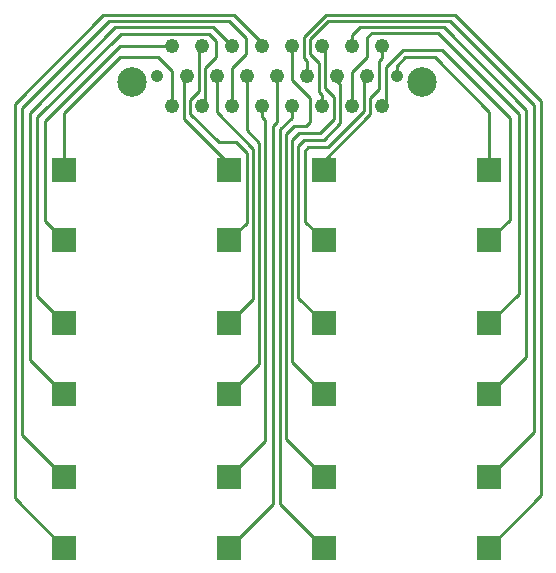
<source format=gtl>
%TF.GenerationSoftware,KiCad,Pcbnew,5.1.10*%
%TF.CreationDate,2021-09-29T19:26:35-04:00*%
%TF.ProjectId,sample_jig,73616d70-6c65-45f6-9a69-672e6b696361,rev?*%
%TF.SameCoordinates,Original*%
%TF.FileFunction,Copper,L1,Top*%
%TF.FilePolarity,Positive*%
%FSLAX46Y46*%
G04 Gerber Fmt 4.6, Leading zero omitted, Abs format (unit mm)*
G04 Created by KiCad (PCBNEW 5.1.10) date 2021-09-29 19:26:35*
%MOMM*%
%LPD*%
G01*
G04 APERTURE LIST*
%TA.AperFunction,ComponentPad*%
%ADD10C,2.500000*%
%TD*%
%TA.AperFunction,ComponentPad*%
%ADD11C,1.217000*%
%TD*%
%TA.AperFunction,ComponentPad*%
%ADD12C,1.070000*%
%TD*%
%TA.AperFunction,SMDPad,CuDef*%
%ADD13R,2.000000X2.000000*%
%TD*%
%TA.AperFunction,Conductor*%
%ADD14C,0.250000*%
%TD*%
G04 APERTURE END LIST*
D10*
%TO.P,J\u002A\u002A,MH2*%
%TO.N,N/C*%
X62770000Y-56610000D03*
%TO.P,J\u002A\u002A,MH1*%
X87280000Y-56610000D03*
D11*
%TO.P,J\u002A\u002A,25*%
X66150000Y-58640000D03*
%TO.P,J\u002A\u002A,24*%
X67420000Y-56100000D03*
%TO.P,J\u002A\u002A,23*%
X68690000Y-58640000D03*
%TO.P,J\u002A\u002A,22*%
X69960000Y-56100000D03*
%TO.P,J\u002A\u002A,21*%
X71230000Y-58640000D03*
%TO.P,J\u002A\u002A,20*%
X73770000Y-58640000D03*
%TO.P,J\u002A\u002A,19*%
X76310000Y-58640000D03*
%TO.P,J\u002A\u002A,18*%
X78850000Y-58640000D03*
%TO.P,J\u002A\u002A,17*%
X80120000Y-56100000D03*
%TO.P,J\u002A\u002A,16*%
X81390000Y-58640000D03*
%TO.P,J\u002A\u002A,15*%
X82660000Y-56100000D03*
%TO.P,J\u002A\u002A,14*%
X83930000Y-58640000D03*
D12*
%TO.P,J\u002A\u002A,13*%
X64880000Y-56100000D03*
D11*
%TO.P,J\u002A\u002A,12*%
X66150000Y-53560000D03*
%TO.P,J\u002A\u002A,11*%
X68690000Y-53560000D03*
%TO.P,J\u002A\u002A,10*%
X71230000Y-53560000D03*
%TO.P,J\u002A\u002A,9*%
X72500000Y-56100000D03*
%TO.P,J\u002A\u002A,8*%
X73770000Y-53560000D03*
%TO.P,J\u002A\u002A,7*%
X75040000Y-56100000D03*
%TO.P,J\u002A\u002A,6*%
X76310000Y-53560000D03*
%TO.P,J\u002A\u002A,5*%
X77580000Y-56100000D03*
%TO.P,J\u002A\u002A,4*%
X78850000Y-53560000D03*
%TO.P,J\u002A\u002A,3*%
X81390000Y-53560000D03*
%TO.P,J\u002A\u002A,2*%
X83930000Y-53560000D03*
D12*
%TO.P,J\u002A\u002A,1*%
X85200000Y-56100000D03*
%TD*%
D13*
%TO.P,REF\u002A\u002A,1*%
%TO.N,N/C*%
X93000000Y-64000000D03*
%TD*%
%TO.P,REF\u002A\u002A,2*%
%TO.N,N/C*%
X93000000Y-70000000D03*
%TD*%
%TO.P,REF\u002A\u002A,6*%
%TO.N,N/C*%
X93000000Y-77000000D03*
%TD*%
%TO.P,REF\u002A\u002A,5*%
%TO.N,N/C*%
X93000000Y-83000000D03*
%TD*%
%TO.P,REF\u002A\u002A,9*%
%TO.N,N/C*%
X93000000Y-96000000D03*
%TD*%
%TO.P,REF\u002A\u002A,10*%
%TO.N,N/C*%
X93000000Y-90000000D03*
%TD*%
%TO.P,REF\u002A\u002A,12*%
%TO.N,N/C*%
X79000000Y-96000000D03*
%TD*%
%TO.P,REF\u002A\u002A,11*%
%TO.N,N/C*%
X79000000Y-90000000D03*
%TD*%
%TO.P,7,7*%
%TO.N,N/C*%
X79000000Y-83000000D03*
%TD*%
%TO.P,REF\u002A\u002A,8*%
%TO.N,N/C*%
X79000000Y-77000000D03*
%TD*%
%TO.P,REF\u002A\u002A,4*%
%TO.N,N/C*%
X79000000Y-70000000D03*
%TD*%
%TO.P,REF\u002A\u002A,3*%
%TO.N,N/C*%
X79000000Y-64000000D03*
%TD*%
%TO.P,REF\u002A\u002A,13*%
%TO.N,N/C*%
X71000000Y-96000000D03*
%TD*%
%TO.P,REF\u002A\u002A,14*%
%TO.N,N/C*%
X71000000Y-90000000D03*
%TD*%
%TO.P,REF\u002A\u002A,15*%
%TO.N,N/C*%
X57000000Y-96000000D03*
%TD*%
%TO.P,REF\u002A\u002A,16*%
%TO.N,N/C*%
X57000000Y-90000000D03*
%TD*%
%TO.P,REF\u002A\u002A,17*%
%TO.N,N/C*%
X71000000Y-83000000D03*
%TD*%
%TO.P,REF\u002A\u002A,18*%
%TO.N,N/C*%
X71000000Y-77000000D03*
%TD*%
%TO.P,REF\u002A\u002A,19*%
%TO.N,N/C*%
X57000000Y-83000000D03*
%TD*%
%TO.P,REF\u002A\u002A,20*%
%TO.N,N/C*%
X57000000Y-77000000D03*
%TD*%
%TO.P,REF\u002A\u002A,21*%
%TO.N,N/C*%
X71000000Y-70000000D03*
%TD*%
%TO.P,REF\u002A\u002A,22*%
%TO.N,N/C*%
X71000000Y-64000000D03*
%TD*%
%TO.P,REF\u002A\u002A,24*%
%TO.N,N/C*%
X57000000Y-64000000D03*
%TD*%
%TO.P,REF\u002A\u002A,23*%
%TO.N,N/C*%
X57000000Y-70000000D03*
%TD*%
D14*
%TO.N,*%
X85200000Y-56100000D02*
X85200000Y-55200000D01*
X85200000Y-55200000D02*
X85900000Y-54500000D01*
X85900000Y-54500000D02*
X88400000Y-54500000D01*
X93000000Y-59100000D02*
X93000000Y-64000000D01*
X88400000Y-54500000D02*
X93000000Y-59100000D01*
X73025000Y-74975000D02*
X71000000Y-77000000D01*
X73025000Y-62225000D02*
X73025000Y-74975000D01*
X69960000Y-59160000D02*
X73025000Y-62225000D01*
X69960000Y-56100000D02*
X69960000Y-59160000D01*
X75311000Y-92311000D02*
X79000000Y-96000000D01*
X76310000Y-59590000D02*
X75311000Y-60589000D01*
X75311000Y-60589000D02*
X75311000Y-92311000D01*
X76310000Y-58640000D02*
X76310000Y-59590000D01*
X94742000Y-68258000D02*
X93000000Y-70000000D01*
X94742000Y-59642000D02*
X94742000Y-68258000D01*
X89000000Y-53900000D02*
X94742000Y-59642000D01*
X85700000Y-53900000D02*
X89000000Y-53900000D01*
X84300000Y-55300000D02*
X85700000Y-53900000D01*
X84300000Y-58270000D02*
X84300000Y-55300000D01*
X83930000Y-58640000D02*
X84300000Y-58270000D01*
X96139000Y-79861000D02*
X93000000Y-83000000D01*
X96139000Y-58928000D02*
X96139000Y-79861000D01*
X89154000Y-51943000D02*
X96139000Y-58928000D01*
X82057000Y-51943000D02*
X89154000Y-51943000D01*
X81390000Y-52610000D02*
X82057000Y-51943000D01*
X81390000Y-53560000D02*
X81390000Y-52610000D01*
X55372000Y-68372000D02*
X57000000Y-70000000D01*
X55372000Y-59928000D02*
X55372000Y-68372000D01*
X61740000Y-53560000D02*
X55372000Y-59928000D01*
X66150000Y-53560000D02*
X61740000Y-53560000D01*
X74041000Y-86959000D02*
X71000000Y-90000000D01*
X74041000Y-59841000D02*
X74041000Y-86959000D01*
X73770000Y-59570000D02*
X74041000Y-59841000D01*
X73770000Y-58640000D02*
X73770000Y-59570000D01*
X74676000Y-92324000D02*
X71000000Y-96000000D01*
X74676000Y-60324000D02*
X74676000Y-92324000D01*
X75040000Y-59960000D02*
X74676000Y-60324000D01*
X75040000Y-56100000D02*
X75040000Y-59960000D01*
X73533000Y-61722000D02*
X73533000Y-80467000D01*
X72500000Y-60689000D02*
X73533000Y-61722000D01*
X73533000Y-80467000D02*
X71000000Y-83000000D01*
X72500000Y-56100000D02*
X72500000Y-60689000D01*
X52832000Y-58420000D02*
X52832000Y-91832000D01*
X52832000Y-91832000D02*
X57000000Y-96000000D01*
X60325000Y-50927000D02*
X52832000Y-58420000D01*
X71427000Y-50927000D02*
X60325000Y-50927000D01*
X73770000Y-53270000D02*
X71427000Y-50927000D01*
X73770000Y-53560000D02*
X73770000Y-53270000D01*
X53467000Y-86467000D02*
X57000000Y-90000000D01*
X53467000Y-58801000D02*
X53467000Y-86467000D01*
X60833000Y-51435000D02*
X53467000Y-58801000D01*
X70935000Y-51435000D02*
X60833000Y-51435000D01*
X72400000Y-52900000D02*
X70935000Y-51435000D01*
X72400000Y-54250000D02*
X72400000Y-52900000D01*
X71230000Y-55420000D02*
X72400000Y-54250000D01*
X71230000Y-58640000D02*
X71230000Y-55420000D01*
X54102000Y-80102000D02*
X57000000Y-83000000D01*
X54102000Y-59182000D02*
X54102000Y-80102000D01*
X61341000Y-51943000D02*
X54102000Y-59182000D01*
X69613000Y-51943000D02*
X61341000Y-51943000D01*
X71230000Y-53560000D02*
X69613000Y-51943000D01*
X61705000Y-54500000D02*
X57000000Y-59205000D01*
X64977500Y-54500000D02*
X61705000Y-54500000D01*
X66150000Y-55672500D02*
X64977500Y-54500000D01*
X57000000Y-59205000D02*
X57000000Y-64000000D01*
X66150000Y-58640000D02*
X66150000Y-55672500D01*
X71000000Y-63500000D02*
X71000000Y-64000000D01*
X67183000Y-59683000D02*
X71000000Y-63500000D01*
X67183000Y-56337000D02*
X67183000Y-59683000D01*
X67420000Y-56100000D02*
X67183000Y-56337000D01*
X54737000Y-59563000D02*
X54737000Y-74737000D01*
X61800000Y-52500000D02*
X54737000Y-59563000D01*
X54737000Y-74737000D02*
X57000000Y-77000000D01*
X69900000Y-53100000D02*
X69300000Y-52500000D01*
X69900000Y-54500000D02*
X69900000Y-53100000D01*
X68961000Y-55439000D02*
X69900000Y-54500000D01*
X68961000Y-58369000D02*
X68961000Y-55439000D01*
X69300000Y-52500000D02*
X61800000Y-52500000D01*
X68690000Y-58640000D02*
X68961000Y-58369000D01*
X72517000Y-62611000D02*
X72517000Y-68483000D01*
X70100000Y-61700000D02*
X71606000Y-61700000D01*
X71606000Y-61700000D02*
X72517000Y-62611000D01*
X67691000Y-58109000D02*
X67691000Y-59291000D01*
X67691000Y-59291000D02*
X70100000Y-61700000D01*
X68453000Y-57347000D02*
X67691000Y-58109000D01*
X72517000Y-68483000D02*
X71000000Y-70000000D01*
X68453000Y-53797000D02*
X68453000Y-57347000D01*
X68690000Y-53560000D02*
X68453000Y-53797000D01*
X75819000Y-86819000D02*
X79000000Y-90000000D01*
X75819000Y-60984000D02*
X75819000Y-86819000D01*
X76503000Y-60300000D02*
X75819000Y-60984000D01*
X77500000Y-60300000D02*
X76503000Y-60300000D01*
X77800000Y-60000000D02*
X77500000Y-60300000D01*
X77800000Y-57900000D02*
X77800000Y-60000000D01*
X76310000Y-56410000D02*
X77800000Y-57900000D01*
X76310000Y-53560000D02*
X76310000Y-56410000D01*
X97409000Y-58229500D02*
X97409000Y-91591000D01*
X90106500Y-50927000D02*
X97409000Y-58229500D01*
X79173000Y-50927000D02*
X90106500Y-50927000D01*
X77343000Y-52757000D02*
X79173000Y-50927000D01*
X77343000Y-54543000D02*
X77343000Y-52757000D01*
X77580000Y-54780000D02*
X77343000Y-54543000D01*
X97409000Y-91591000D02*
X93000000Y-96000000D01*
X77580000Y-56100000D02*
X77580000Y-54780000D01*
X96774000Y-58547000D02*
X96774000Y-86226000D01*
X79365000Y-51435000D02*
X89662000Y-51435000D01*
X77851000Y-52949000D02*
X79365000Y-51435000D01*
X96774000Y-86226000D02*
X93000000Y-90000000D01*
X77851000Y-54251000D02*
X77851000Y-52949000D01*
X78613000Y-55013000D02*
X77851000Y-54251000D01*
X78613000Y-57413000D02*
X78613000Y-55013000D01*
X89662000Y-51435000D02*
X96774000Y-58547000D01*
X78850000Y-57650000D02*
X78613000Y-57413000D01*
X78850000Y-58640000D02*
X78850000Y-57650000D01*
X76327000Y-80327000D02*
X79000000Y-83000000D01*
X76895000Y-60900000D02*
X76327000Y-61468000D01*
X78673000Y-60900000D02*
X76895000Y-60900000D01*
X79883000Y-59690000D02*
X78673000Y-60900000D01*
X79883000Y-57883000D02*
X79883000Y-59690000D01*
X76327000Y-61468000D02*
X76327000Y-80327000D01*
X79121000Y-57121000D02*
X79883000Y-57883000D01*
X79121000Y-53831000D02*
X79121000Y-57121000D01*
X78850000Y-53560000D02*
X79121000Y-53831000D01*
X76835000Y-74835000D02*
X79000000Y-77000000D01*
X76835000Y-61965000D02*
X76835000Y-74835000D01*
X78994000Y-61468000D02*
X77332000Y-61468000D01*
X80391000Y-60071000D02*
X78994000Y-61468000D01*
X80391000Y-56791000D02*
X80391000Y-60071000D01*
X80120000Y-56520000D02*
X80391000Y-56791000D01*
X77332000Y-61468000D02*
X76835000Y-61965000D01*
X80120000Y-56100000D02*
X80120000Y-56520000D01*
X77400000Y-68400000D02*
X79000000Y-70000000D01*
X77400000Y-62400000D02*
X77400000Y-68400000D01*
X77697000Y-62103000D02*
X77400000Y-62400000D01*
X79375000Y-62103000D02*
X77697000Y-62103000D01*
X82423000Y-59055000D02*
X79375000Y-62103000D01*
X82423000Y-56337000D02*
X82423000Y-59055000D01*
X82660000Y-56100000D02*
X82423000Y-56337000D01*
X82931000Y-59309000D02*
X79000000Y-63240000D01*
X83693000Y-57150000D02*
X82931000Y-57912000D01*
X82931000Y-57912000D02*
X82931000Y-59309000D01*
X83693000Y-54807000D02*
X83693000Y-57150000D01*
X79000000Y-63240000D02*
X79000000Y-64000000D01*
X83930000Y-54570000D02*
X83693000Y-54807000D01*
X83930000Y-53560000D02*
X83930000Y-54570000D01*
X95504000Y-74496000D02*
X93000000Y-77000000D01*
X95504000Y-59304000D02*
X95504000Y-74496000D01*
X88651000Y-52451000D02*
X95504000Y-59304000D01*
X83049000Y-52451000D02*
X88651000Y-52451000D01*
X82700000Y-54460000D02*
X82700000Y-52800000D01*
X82700000Y-52800000D02*
X83049000Y-52451000D01*
X81390000Y-55770000D02*
X82700000Y-54460000D01*
X81390000Y-58640000D02*
X81390000Y-55770000D01*
%TD*%
M02*

</source>
